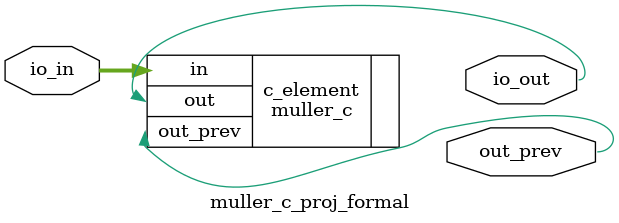
<source format=v>
`include "muller_c_proj.v"

module muller_c_proj_formal #(
    parameter N = 6
)(
`ifdef USE_POWER_PINS
    inout vccd1,	// User area 1 1.8V supply
    inout vssd1,	// User area 1 digital ground
`endif

    input [N-1:0] io_in,
    output reg io_out,
    output reg out_prev
);

    muller_c #(.N(N)) c_element (
        .in(io_in),
        .out(io_out),
        .out_prev(out_prev)
    );


`ifdef FORMAL
    genvar i;
    input_zeros: cover property (io_in == {N{1'b0}});
    // Cover all intermediate combinations where inputs are not all equal
    generate
        for (i = 0; i < 2**N; i++) begin
            cover property (io_in == i); 
        end
    endgenerate
    input_ones: cover property (io_in == {N{1'b1}});

    always @(io_in) begin
        transition_0_to_0: assert property (!(|io_in == 1'b0) | (!(!out_prev) | (!io_out)));
        transition_0_to_1: assert property (!(&io_in == 1'b1) | (!(!out_prev) | (io_out)));
        transition_1_to_0: assert property (!(|io_in == 1'b0) | (!(out_prev) | (!io_out)));
        transition_1_to_1: assert property (!(&io_in == 1'b1) | (!(out_prev) | (io_out)));
        transition_stay: assert property (((|io_in == 1'b0) | (&io_in == 1'b1)) | (out_prev == io_out));
    end



`endif // FORMAL
endmodule

</source>
